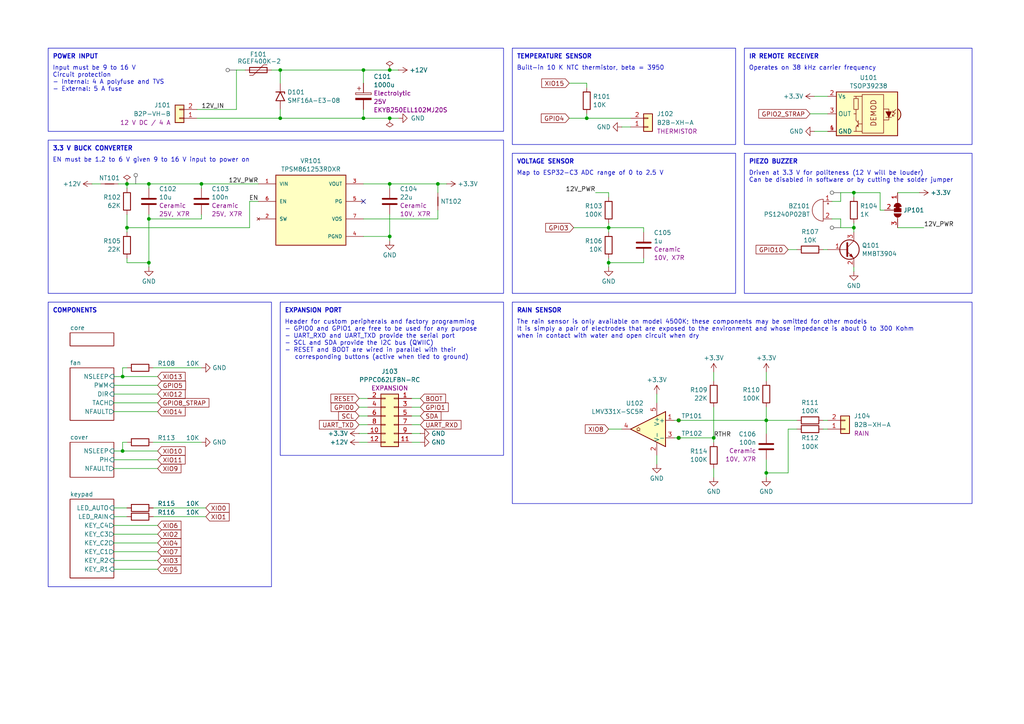
<source format=kicad_sch>
(kicad_sch (version 20231120) (generator "eeschema") (generator_version "8.0")
  (paper "A4")
  (title_block (title "Minuet Fan Controller") (rev "v2.0"))
  (lib_symbols
    (symbol "Comparator:LMV331" (pin_names (offset 0.127))
      (property "Reference" "U" (at 1.27 5.08 0))
      (property "Value" "LMV331" (at 3.81 -5.08 0))
      (symbol "LMV331_0_1"
        (polyline (pts (xy -5.08 5.08) (xy 5.08 0) (xy -5.08 -5.08) (xy -5.08 5.08)) (stroke (width 0.254)) (fill (type background)))
        (polyline (pts (xy 3.302 -0.508) (xy 2.794 -0.508) (xy 3.302 0) (xy 2.794 0.508) (xy 2.286 0) (xy 2.794 -0.508) (xy 2.286 -0.508)) (stroke (width 0.127)))
      )
      (symbol "LMV331_1_1"
        (pin input line (at -7.62 2.54 0) (length 2.54) (name "+") (number "1"))
        (pin power_in line (at -2.54 -7.62 90) (length 3.81) (name "V-") (number "2"))
        (pin input line (at -7.62 -2.54 0) (length 2.54) (name "-") (number "3"))
        (pin open_collector line (at 7.62 0 180) (length 2.54) (name "~") (number "4"))
        (pin power_in line (at -2.54 7.62 270) (length 3.81) (name "V+") (number "5"))
      )
    )
    (symbol "Connector:TestPoint_Small" (pin_numbers hide) (pin_names (offset 0.762) hide)
      (property "Reference" "TP" (at 0 3.81 0))
      (property "Value" "TestPoint_Small" (at 0 2.032 0))
      (symbol "TestPoint_Small_0_1"
        (circle (center 0 0) (radius 0.508))
      )
      (symbol "TestPoint_Small_1_1"
        (pin passive line (at 0 0 90) (length 0) (name "1") (number "1"))
      )
    )
    (symbol "Connector_Generic:Conn_01x02" (pin_names (offset 1.016) hide)
      (property "Reference" "J" (at 0 2.54 0))
      (property "Value" "Conn_01x02" (at 0 -5.08 0))
      (symbol "Conn_01x02_1_1"
        (rectangle (start -1.27 -2.413) (end 0 -2.667) (stroke (width 0.1524)))
        (rectangle (start -1.27 0.127) (end 0 -0.127) (stroke (width 0.1524)))
        (rectangle (start -1.27 1.27) (end 1.27 -3.81) (stroke (width 0.254)) (fill (type background)))
        (pin passive line (at -5.08 0 0) (length 3.81) (name "Pin_1") (number "1"))
        (pin passive line (at -5.08 -2.54 0) (length 3.81) (name "Pin_2") (number "2"))
      )
    )
    (symbol "Connector_Generic:Conn_02x06_Odd_Even" (pin_names (offset 1.016) hide)
      (property "Reference" "J" (at 1.27 7.62 0))
      (property "Value" "Conn_02x06_Odd_Even" (at 1.27 -10.16 0))
      (symbol "Conn_02x06_Odd_Even_1_1"
        (rectangle (start -1.27 -7.493) (end 0 -7.747) (stroke (width 0.1524)))
        (rectangle (start -1.27 -4.953) (end 0 -5.207) (stroke (width 0.1524)))
        (rectangle (start -1.27 -2.413) (end 0 -2.667) (stroke (width 0.1524)))
        (rectangle (start -1.27 0.127) (end 0 -0.127) (stroke (width 0.1524)))
        (rectangle (start -1.27 2.667) (end 0 2.413) (stroke (width 0.1524)))
        (rectangle (start -1.27 5.207) (end 0 4.953) (stroke (width 0.1524)))
        (rectangle (start -1.27 6.35) (end 3.81 -8.89) (stroke (width 0.254)) (fill (type background)))
        (rectangle (start 3.81 -7.493) (end 2.54 -7.747) (stroke (width 0.1524)))
        (rectangle (start 3.81 -4.953) (end 2.54 -5.207) (stroke (width 0.1524)))
        (rectangle (start 3.81 -2.413) (end 2.54 -2.667) (stroke (width 0.1524)))
        (rectangle (start 3.81 0.127) (end 2.54 -0.127) (stroke (width 0.1524)))
        (rectangle (start 3.81 2.667) (end 2.54 2.413) (stroke (width 0.1524)))
        (rectangle (start 3.81 5.207) (end 2.54 4.953) (stroke (width 0.1524)))
        (pin passive line (at -5.08 5.08 0) (length 3.81) (name "Pin_1") (number "1"))
        (pin passive line (at 7.62 -5.08 180) (length 3.81) (name "Pin_10") (number "10"))
        (pin passive line (at -5.08 -7.62 0) (length 3.81) (name "Pin_11") (number "11"))
        (pin passive line (at 7.62 -7.62 180) (length 3.81) (name "Pin_12") (number "12"))
        (pin passive line (at 7.62 5.08 180) (length 3.81) (name "Pin_2") (number "2"))
        (pin passive line (at -5.08 2.54 0) (length 3.81) (name "Pin_3") (number "3"))
        (pin passive line (at 7.62 2.54 180) (length 3.81) (name "Pin_4") (number "4"))
        (pin passive line (at -5.08 0 0) (length 3.81) (name "Pin_5") (number "5"))
        (pin passive line (at 7.62 0 180) (length 3.81) (name "Pin_6") (number "6"))
        (pin passive line (at -5.08 -2.54 0) (length 3.81) (name "Pin_7") (number "7"))
        (pin passive line (at 7.62 -2.54 180) (length 3.81) (name "Pin_8") (number "8"))
        (pin passive line (at -5.08 -5.08 0) (length 3.81) (name "Pin_9") (number "9"))
      )
    )
    (symbol "Device:Buzzer" (pin_names (offset 0.0254) hide)
      (property "Reference" "BZ" (at 3.81 1.27 0))
      (property "Value" "Buzzer" (at 3.81 -1.27 0))
      (symbol "Buzzer_0_1"
        (arc (start 0 -3.175) (mid 3.1612 0) (end 0 3.175))
        (polyline (pts (xy -1.651 1.905) (xy -1.143 1.905)))
        (polyline (pts (xy -1.397 2.159) (xy -1.397 1.651)))
        (polyline (pts (xy 0 3.175) (xy 0 -3.175)))
      )
      (symbol "Buzzer_1_1"
        (pin passive line (at -2.54 2.54 0) (length 2.54) (name "+") (number "1"))
        (pin passive line (at -2.54 -2.54 0) (length 2.54) (name "-") (number "2"))
      )
    )
    (symbol "Device:C" (pin_numbers hide) (pin_names (offset 0.254))
      (property "Reference" "C" (at 0.635 2.54 0))
      (property "Value" "C" (at 0.635 -2.54 0))
      (symbol "C_0_1"
        (polyline (pts (xy -2.032 -0.762) (xy 2.032 -0.762)) (stroke (width 0.508)))
        (polyline (pts (xy -2.032 0.762) (xy 2.032 0.762)) (stroke (width 0.508)))
      )
      (symbol "C_1_1"
        (pin passive line (at 0 3.81 270) (length 2.794) (name "~") (number "1"))
        (pin passive line (at 0 -3.81 90) (length 2.794) (name "~") (number "2"))
      )
    )
    (symbol "Device:C_Polarized" (pin_numbers hide) (pin_names (offset 0.254))
      (property "Reference" "C" (at 0.635 2.54 0))
      (property "Value" "C_Polarized" (at 0.635 -2.54 0))
      (symbol "C_Polarized_0_1"
        (rectangle (start -2.286 0.508) (end 2.286 1.016))
        (polyline (pts (xy -1.778 2.286) (xy -0.762 2.286)))
        (polyline (pts (xy -1.27 2.794) (xy -1.27 1.778)))
        (rectangle (start 2.286 -0.508) (end -2.286 -1.016) (fill (type outline)))
      )
      (symbol "C_Polarized_1_1"
        (pin passive line (at 0 3.81 270) (length 2.794) (name "~") (number "1"))
        (pin passive line (at 0 -3.81 90) (length 2.794) (name "~") (number "2"))
      )
    )
    (symbol "Device:NetTie_2" (pin_numbers hide) (pin_names (offset 0) hide) (in_bom no)
      (property "Reference" "NT" (at 0 1.27 0))
      (property "Value" "NetTie_2" (at 0 -1.27 0))
      (symbol "NetTie_2_0_1"
        (polyline (pts (xy -1.27 0) (xy 1.27 0)) (stroke (width 0.254)))
      )
      (symbol "NetTie_2_1_1"
        (pin passive line (at -2.54 0 0) (length 2.54) (name "1") (number "1"))
        (pin passive line (at 2.54 0 180) (length 2.54) (name "2") (number "2"))
      )
    )
    (symbol "Device:Polyfuse" (pin_numbers hide) (pin_names (offset 0))
      (property "Reference" "F" (at -2.54 0 90))
      (property "Value" "Polyfuse" (at 2.54 0 90))
      (symbol "Polyfuse_0_1"
        (rectangle (start -0.762 2.54) (end 0.762 -2.54) (stroke (width 0.254)))
        (polyline (pts (xy 0 2.54) (xy 0 -2.54)))
        (polyline (pts (xy -1.524 2.54) (xy -1.524 1.524) (xy 1.524 -1.524) (xy 1.524 -2.54)))
      )
      (symbol "Polyfuse_1_1"
        (pin passive line (at 0 3.81 270) (length 1.27) (name "~") (number "1"))
        (pin passive line (at 0 -3.81 90) (length 1.27) (name "~") (number "2"))
      )
    )
    (symbol "Device:R" (pin_numbers hide) (pin_names (offset 0))
      (property "Reference" "R" (at 2.032 0 90))
      (property "Value" "R" (at 0 0 90))
      (symbol "R_0_1"
        (rectangle (start -1.016 -2.54) (end 1.016 2.54) (stroke (width 0.254)))
      )
      (symbol "R_1_1"
        (pin passive line (at 0 3.81 270) (length 1.27) (name "~") (number "1"))
        (pin passive line (at 0 -3.81 90) (length 1.27) (name "~") (number "2"))
      )
    )
    (symbol "Diode:SMF16A" (pin_numbers hide) (pin_names (offset 1.016) hide)
      (property "Reference" "D" (at 0 2.54 0))
      (property "Value" "SMF16A" (at 0 -2.54 0))
      (symbol "SMF16A_0_1"
        (polyline (pts (xy -0.762 1.27) (xy -1.27 1.27) (xy -1.27 -1.27)) (stroke (width 0.254)))
        (polyline (pts (xy 1.27 1.27) (xy 1.27 -1.27) (xy -1.27 0) (xy 1.27 1.27)) (stroke (width 0.254)))
      )
      (symbol "SMF16A_1_1"
        (pin passive line (at -3.81 0 0) (length 2.54) (name "A1") (number "1"))
        (pin passive line (at 3.81 0 180) (length 2.54) (name "A2") (number "2"))
      )
    )
    (symbol "Jumper:SolderJumper_3_Bridged12" (pin_names (offset 0) hide) (exclude_from_sim yes) (in_bom no)
      (property "Reference" "JP" (at -2.54 -2.54 0))
      (property "Value" "SolderJumper_3_Bridged12" (at 0 2.794 0))
      (symbol "SolderJumper_3_Bridged12_0_1"
        (rectangle (start -1.016 0.508) (end -0.508 -0.508) (fill (type outline)))
        (arc (start -1.016 1.016) (mid -2.0276 0) (end -1.016 -1.016))
        (arc (start -1.016 1.016) (mid -2.0276 0) (end -1.016 -1.016) (fill (type outline)))
        (rectangle (start -0.508 1.016) (end 0.508 -1.016) (fill (type outline)))
        (polyline (pts (xy -2.54 0) (xy -2.032 0)))
        (polyline (pts (xy -1.016 1.016) (xy -1.016 -1.016)))
        (polyline (pts (xy 0 -1.27) (xy 0 -1.016)))
        (polyline (pts (xy 1.016 1.016) (xy 1.016 -1.016)))
        (polyline (pts (xy 2.54 0) (xy 2.032 0)))
        (arc (start 1.016 -1.016) (mid 2.0276 0) (end 1.016 1.016))
        (arc (start 1.016 -1.016) (mid 2.0276 0) (end 1.016 1.016) (fill (type outline)))
      )
      (symbol "SolderJumper_3_Bridged12_1_1"
        (pin passive line (at -5.08 0 0) (length 2.54) (name "A") (number "1"))
        (pin passive line (at 0 -3.81 90) (length 2.54) (name "C") (number "2"))
        (pin passive line (at 5.08 0 180) (length 2.54) (name "B") (number "3"))
      )
    )
    (symbol "TPSM861253RDXR:TPSM861253RDXR" (pin_names (offset 1.016))
      (property "Reference" "VR" (at -10.16 10.922 0))
      (property "Value" "TPSM861253RDXR" (at -10.16 -12.7 0))
      (symbol "TPSM861253RDXR_0_0"
        (rectangle (start -10.16 -10.16) (end 10.16 10.16) (stroke (width 0.254)) (fill (type background)))
        (pin power_in line (at -15.24 7.62 0) (length 5.08) (name "VIN") (number "1"))
        (pin no_connect line (at -15.24 -2.54 0) (length 5.08) (name "SW") (number "2"))
        (pin power_out line (at 15.24 7.62 180) (length 5.08) (name "VOUT") (number "3"))
        (pin power_in line (at 15.24 -7.62 180) (length 5.08) (name "PGND") (number "4"))
        (pin output line (at 15.24 2.54 180) (length 5.08) (name "PG") (number "5"))
        (pin input line (at -15.24 2.54 0) (length 5.08) (name "EN") (number "6"))
        (pin input line (at 15.24 -2.54 180) (length 5.08) (name "VOS") (number "7"))
      )
    )
    (symbol "TSOP39238:TSOP39238"
      (property "Reference" "U" (at -10.16 7.62 0))
      (property "Value" "TSOP39238" (at -10.16 -7.62 0))
      (symbol "TSOP39238_0_0"
        (arc (start -10.287 1.397) (mid -11.0899 -0.1852) (end -10.287 -1.778) (stroke (width 0.254)) (fill (type background)))
        (polyline (pts (xy 1.905 -5.08) (xy 0.127 -5.08)))
        (polyline (pts (xy 1.905 5.08) (xy 0.127 5.08)))
        (text "DEMOD" (at -3.175 0.254 900) (effects (font (size 1.524 1.524))))
      )
      (symbol "TSOP39238_0_1"
        (rectangle (start -10.16 6.35) (end 7.62 -6.35) (stroke (width 0.254)) (fill (type background)))
        (rectangle (start -6.096 5.588) (end 0.127 -5.588))
        (polyline (pts (xy -8.763 0.381) (xy -9.652 1.27)))
        (polyline (pts (xy -8.763 0.381) (xy -9.271 0.381)))
        (polyline (pts (xy -8.763 0.381) (xy -8.763 0.889)))
        (polyline (pts (xy -8.636 -0.635) (xy -9.525 0.254)))
        (polyline (pts (xy -8.636 -0.635) (xy -9.144 -0.635)))
        (polyline (pts (xy -8.636 -0.635) (xy -8.636 -0.127)))
        (polyline (pts (xy -8.382 -1.016) (xy -6.731 -1.016)))
        (polyline (pts (xy 1.27 -2.921) (xy 0.127 -2.921)))
        (polyline (pts (xy 1.27 -1.905) (xy 1.27 -3.81)))
        (polyline (pts (xy 1.397 -3.556) (xy 1.524 -3.556)))
        (polyline (pts (xy 1.651 -3.556) (xy 1.524 -3.556)))
        (polyline (pts (xy 1.651 -3.556) (xy 1.651 -3.302)))
        (polyline (pts (xy 1.905 0) (xy 1.905 1.27)))
        (polyline (pts (xy 1.905 4.445) (xy 1.905 5.08) (xy 2.54 5.08)))
        (polyline (pts (xy -8.382 0.635) (xy -6.731 0.635) (xy -7.62 -1.016) (xy -8.382 0.635)) (fill (type outline)))
        (polyline (pts (xy -6.096 1.397) (xy -7.62 1.397) (xy -7.62 -1.778) (xy -6.096 -1.778)))
        (polyline (pts (xy 1.27 -3.175) (xy 1.905 -3.81) (xy 1.905 -5.08) (xy 2.54 -5.08)))
        (polyline (pts (xy 1.27 -2.54) (xy 1.905 -1.905) (xy 1.905 0) (xy 2.54 0)))
        (rectangle (start 2.54 1.27) (end 1.27 4.445))
      )
      (symbol "TSOP39238_1_0"
        (pin power_in line (at 10.16 -5.08 180) (length 2.54) (name "GND") (number "4"))
      )
      (symbol "TSOP39238_1_1"
        (pin power_in line (at 10.16 -5.08 180) (length 2.54) (name "GND") (number "1"))
        (pin power_in line (at 10.16 5.08 180) (length 2.54) (name "Vs") (number "2"))
        (pin output line (at 10.16 0 180) (length 2.54) (name "OUT") (number "3"))
      )
    )
    (symbol "Transistor_BJT:MMBT3904" (pin_names (offset 0) hide)
      (property "Reference" "Q" (at 5.08 1.905 0))
      (property "Value" "MMBT3904" (at 5.08 0 0))
      (symbol "MMBT3904_0_1"
        (polyline (pts (xy 0.635 0.635) (xy 2.54 2.54)))
        (polyline (pts (xy 0.635 -0.635) (xy 2.54 -2.54) (xy 2.54 -2.54)))
        (polyline (pts (xy 0.635 1.905) (xy 0.635 -1.905) (xy 0.635 -1.905)) (stroke (width 0.508)))
        (polyline (pts (xy 1.27 -1.778) (xy 1.778 -1.27) (xy 2.286 -2.286) (xy 1.27 -1.778) (xy 1.27 -1.778)) (fill (type outline)))
        (circle (center 1.27 0) (radius 2.8194) (stroke (width 0.254)))
      )
      (symbol "MMBT3904_1_1"
        (pin input line (at -5.08 0 0) (length 5.715) (name "B") (number "1"))
        (pin passive line (at 2.54 -5.08 90) (length 2.54) (name "E") (number "2"))
        (pin passive line (at 2.54 5.08 270) (length 2.54) (name "C") (number "3"))
      )
    )
    (symbol "power:+12V" (power) (pin_numbers hide) (pin_names (offset 0) hide)
      (property "Value" "+12V" (at 0 3.556 0))
      (symbol "+12V_0_1"
        (polyline (pts (xy -0.762 1.27) (xy 0 2.54)))
        (polyline (pts (xy 0 0) (xy 0 2.54)))
        (polyline (pts (xy 0 2.54) (xy 0.762 1.27)))
      )
      (symbol "+12V_1_1"
        (pin power_in line (at 0 0 90) (length 0) (name "~") (number "1"))
      )
    )
    (symbol "power:+3.3V" (power) (pin_numbers hide) (pin_names (offset 0) hide)
      (property "Value" "+3.3V" (at 0 3.556 0))
      (symbol "+3.3V_0_1"
        (polyline (pts (xy -0.762 1.27) (xy 0 2.54)))
        (polyline (pts (xy 0 0) (xy 0 2.54)))
        (polyline (pts (xy 0 2.54) (xy 0.762 1.27)))
      )
      (symbol "+3.3V_1_1"
        (pin power_in line (at 0 0 90) (length 0) (name "~") (number "1"))
      )
    )
    (symbol "power:GND" (power) (pin_numbers hide) (pin_names (offset 0) hide)
      (property "Value" "GND" (at 0 -3.81 0))
      (symbol "GND_0_1"
        (polyline (pts (xy 0 0) (xy 0 -1.27) (xy 1.27 -1.27) (xy 0 -2.54) (xy -1.27 -1.27) (xy 0 -1.27)))
      )
      (symbol "GND_1_1"
        (pin power_in line (at 0 0 270) (length 0) (name "~") (number "1"))
      )
    )
    (symbol "power:PWR_FLAG" (power) (pin_numbers hide) (pin_names (offset 0) hide)
      (property "Value" "PWR_FLAG" (at 0 3.81 0))
      (symbol "PWR_FLAG_0_0"
        (pin power_out line (at 0 0 90) (length 0) (name "~") (number "1"))
      )
      (symbol "PWR_FLAG_0_1"
        (polyline (pts (xy 0 0) (xy 0 1.27) (xy -1.016 1.905) (xy 0 2.54) (xy 1.016 1.905) (xy 0 1.27)))
      )
    )
  )
  (junction (at 113.03 34.29))
  (junction (at 43.18 63.5))
  (junction (at 105.41 20.32))
  (junction (at 58.42 53.34))
  (junction (at 247.65 66.04))
  (junction (at 113.03 53.34))
  (junction (at 207.01 127))
  (junction (at 81.28 34.29))
  (junction (at 176.53 76.2))
  (junction (at 170.18 34.29))
  (junction (at 81.28 20.32))
  (junction (at 43.18 53.34))
  (junction (at 36.83 53.34))
  (junction (at 113.03 20.32))
  (junction (at 36.83 66.04))
  (junction (at 196.85 127))
  (junction (at 196.85 121.92))
  (junction (at 222.25 121.92))
  (junction (at 35.56 130.81))
  (junction (at 127 53.34))
  (junction (at 222.25 137.16))
  (junction (at 113.03 68.58))
  (junction (at 43.18 76.2))
  (junction (at 176.53 66.04))
  (junction (at 35.56 109.22))
  (junction (at 105.41 34.29))
  (junction (at 247.65 55.88))
  (no_connect (at 105.41 58.42))
  (wire (pts (xy 243.84 55.88) (xy 247.65 55.88)))
  (wire (pts (xy 207.01 107.95) (xy 207.01 110.49)))
  (wire (pts (xy 43.18 76.2) (xy 43.18 77.47)))
  (wire (pts (xy 170.18 33.02) (xy 170.18 34.29)))
  (wire (pts (xy 33.02 109.22) (xy 35.56 109.22)))
  (wire (pts (xy 36.83 74.93) (xy 36.83 76.2)))
  (wire (pts (xy 176.53 66.04) (xy 186.69 66.04)))
  (wire (pts (xy 104.14 120.65) (xy 106.68 120.65)))
  (wire (pts (xy 36.83 53.34) (xy 43.18 53.34)))
  (wire (pts (xy 58.42 53.34) (xy 58.42 54.61)))
  (wire (pts (xy 190.5 114.3) (xy 190.5 116.84)))
  (wire (pts (xy 33.02 135.89) (xy 45.72 135.89)))
  (wire (pts (xy 68.58 20.32) (xy 71.12 20.32)))
  (wire (pts (xy 196.85 127) (xy 207.01 127)))
  (wire (pts (xy 43.18 63.5) (xy 58.42 63.5)))
  (wire (pts (xy 182.88 36.83) (xy 180.34 36.83)))
  (wire (pts (xy 176.53 55.88) (xy 176.53 57.15)))
  (wire (pts (xy 105.41 63.5) (xy 127 63.5)))
  (wire (pts (xy 207.01 127) (xy 207.01 128.27)))
  (wire (pts (xy 166.37 66.04) (xy 176.53 66.04)))
  (wire (pts (xy 104.14 115.57) (xy 106.68 115.57)))
  (wire (pts (xy 190.5 132.08) (xy 190.5 134.62)))
  (wire (pts (xy 68.58 20.32) (xy 68.58 31.75)))
  (wire (pts (xy 113.03 20.32) (xy 115.57 20.32)))
  (wire (pts (xy 222.25 133.35) (xy 222.25 137.16)))
  (wire (pts (xy 105.41 68.58) (xy 113.03 68.58)))
  (wire (pts (xy 127 60.96) (xy 127 63.5)))
  (wire (pts (xy 256.54 60.96) (xy 255.27 60.96)))
  (wire (pts (xy 247.65 55.88) (xy 247.65 57.15)))
  (wire (pts (xy 222.25 118.11) (xy 222.25 121.92)))
  (wire (pts (xy 119.38 128.27) (xy 121.92 128.27)))
  (wire (pts (xy 72.39 58.42) (xy 72.39 66.04)))
  (wire (pts (xy 247.65 55.88) (xy 255.27 55.88)))
  (wire (pts (xy 243.84 66.04) (xy 247.65 66.04)))
  (wire (pts (xy 228.6 137.16) (xy 222.25 137.16)))
  (wire (pts (xy 104.14 125.73) (xy 106.68 125.73)))
  (wire (pts (xy 33.02 114.3) (xy 45.72 114.3)))
  (wire (pts (xy 243.84 58.42) (xy 243.84 55.88)))
  (wire (pts (xy 238.76 72.39) (xy 240.03 72.39)))
  (wire (pts (xy 176.53 124.46) (xy 180.34 124.46)))
  (wire (pts (xy 260.35 55.88) (xy 266.7 55.88)))
  (wire (pts (xy 176.53 76.2) (xy 176.53 77.47)))
  (wire (pts (xy 119.38 120.65) (xy 121.92 120.65)))
  (wire (pts (xy 57.15 31.75) (xy 68.58 31.75)))
  (wire (pts (xy 36.83 66.04) (xy 36.83 67.31)))
  (wire (pts (xy 36.83 53.34) (xy 36.83 54.61)))
  (wire (pts (xy 81.28 20.32) (xy 105.41 20.32)))
  (wire (pts (xy 255.27 60.96) (xy 255.27 55.88)))
  (wire (pts (xy 113.03 34.29) (xy 115.57 34.29)))
  (wire (pts (xy 247.65 66.04) (xy 247.65 67.31)))
  (wire (pts (xy 186.69 74.93) (xy 186.69 76.2)))
  (wire (pts (xy 43.18 53.34) (xy 43.18 54.61)))
  (wire (pts (xy 43.18 63.5) (xy 43.18 62.23)))
  (wire (pts (xy 43.18 63.5) (xy 43.18 76.2)))
  (wire (pts (xy 105.41 53.34) (xy 113.03 53.34)))
  (wire (pts (xy 105.41 20.32) (xy 113.03 20.32)))
  (wire (pts (xy 207.01 135.89) (xy 207.01 138.43)))
  (wire (pts (xy 78.74 20.32) (xy 81.28 20.32)))
  (wire (pts (xy 241.3 63.5) (xy 243.84 63.5)))
  (wire (pts (xy 58.42 53.34) (xy 74.93 53.34)))
  (wire (pts (xy 170.18 34.29) (xy 182.88 34.29)))
  (wire (pts (xy 195.58 121.92) (xy 196.85 121.92)))
  (wire (pts (xy 81.28 20.32) (xy 81.28 24.13)))
  (wire (pts (xy 260.35 66.04) (xy 267.97 66.04)))
  (wire (pts (xy 170.18 24.13) (xy 170.18 25.4)))
  (wire (pts (xy 247.65 77.47) (xy 247.65 78.74)))
  (wire (pts (xy 105.41 34.29) (xy 113.03 34.29)))
  (wire (pts (xy 186.69 66.04) (xy 186.69 67.31)))
  (wire (pts (xy 106.68 128.27) (xy 104.14 128.27)))
  (wire (pts (xy 228.6 72.39) (xy 231.14 72.39)))
  (wire (pts (xy 33.02 154.94) (xy 45.72 154.94)))
  (wire (pts (xy 165.1 34.29) (xy 170.18 34.29)))
  (wire (pts (xy 105.41 20.32) (xy 105.41 24.13)))
  (wire (pts (xy 34.29 53.34) (xy 36.83 53.34)))
  (wire (pts (xy 231.14 124.46) (xy 228.6 124.46)))
  (wire (pts (xy 113.03 62.23) (xy 113.03 68.58)))
  (wire (pts (xy 113.03 53.34) (xy 127 53.34)))
  (wire (pts (xy 113.03 53.34) (xy 113.03 54.61)))
  (wire (pts (xy 119.38 125.73) (xy 121.92 125.73)))
  (wire (pts (xy 105.41 31.75) (xy 105.41 34.29)))
  (wire (pts (xy 243.84 63.5) (xy 243.84 66.04)))
  (wire (pts (xy 33.02 165.1) (xy 45.72 165.1)))
  (wire (pts (xy 240.03 33.02) (xy 234.95 33.02)))
  (wire (pts (xy 33.02 133.35) (xy 45.72 133.35)))
  (wire (pts (xy 222.25 121.92) (xy 231.14 121.92)))
  (wire (pts (xy 44.45 128.27) (xy 58.42 128.27)))
  (wire (pts (xy 196.85 121.92) (xy 222.25 121.92)))
  (wire (pts (xy 195.58 127) (xy 196.85 127)))
  (wire (pts (xy 33.02 157.48) (xy 45.72 157.48)))
  (wire (pts (xy 33.02 116.84) (xy 45.72 116.84)))
  (wire (pts (xy 176.53 64.77) (xy 176.53 66.04)))
  (wire (pts (xy 36.83 62.23) (xy 36.83 66.04)))
  (wire (pts (xy 172.72 55.88) (xy 176.53 55.88)))
  (wire (pts (xy 165.1 24.13) (xy 170.18 24.13)))
  (wire (pts (xy 36.83 147.32) (xy 33.02 147.32)))
  (wire (pts (xy 119.38 118.11) (xy 121.92 118.11)))
  (wire (pts (xy 58.42 62.23) (xy 58.42 63.5)))
  (wire (pts (xy 176.53 74.93) (xy 176.53 76.2)))
  (wire (pts (xy 81.28 31.75) (xy 81.28 34.29)))
  (wire (pts (xy 241.3 58.42) (xy 243.84 58.42)))
  (wire (pts (xy 26.67 53.34) (xy 29.21 53.34)))
  (wire (pts (xy 176.53 66.04) (xy 176.53 67.31)))
  (wire (pts (xy 74.93 58.42) (xy 72.39 58.42)))
  (wire (pts (xy 228.6 124.46) (xy 228.6 137.16)))
  (wire (pts (xy 127 53.34) (xy 127 55.88)))
  (wire (pts (xy 247.65 64.77) (xy 247.65 66.04)))
  (wire (pts (xy 35.56 106.68) (xy 35.56 109.22)))
  (wire (pts (xy 33.02 111.76) (xy 45.72 111.76)))
  (wire (pts (xy 43.18 53.34) (xy 58.42 53.34)))
  (wire (pts (xy 207.01 118.11) (xy 207.01 127)))
  (wire (pts (xy 222.25 137.16) (xy 222.25 138.43)))
  (wire (pts (xy 238.76 121.92) (xy 240.03 121.92)))
  (wire (pts (xy 127 53.34) (xy 129.54 53.34)))
  (wire (pts (xy 44.45 149.86) (xy 59.69 149.86)))
  (wire (pts (xy 36.83 66.04) (xy 72.39 66.04)))
  (wire (pts (xy 35.56 128.27) (xy 36.83 128.27)))
  (wire (pts (xy 35.56 106.68) (xy 36.83 106.68)))
  (wire (pts (xy 57.15 34.29) (xy 81.28 34.29)))
  (wire (pts (xy 33.02 152.4) (xy 45.72 152.4)))
  (wire (pts (xy 222.25 121.92) (xy 222.25 125.73)))
  (wire (pts (xy 35.56 130.81) (xy 45.72 130.81)))
  (wire (pts (xy 35.56 109.22) (xy 45.72 109.22)))
  (wire (pts (xy 33.02 119.38) (xy 45.72 119.38)))
  (wire (pts (xy 81.28 34.29) (xy 105.41 34.29)))
  (wire (pts (xy 119.38 115.57) (xy 121.92 115.57)))
  (wire (pts (xy 222.25 107.95) (xy 222.25 110.49)))
  (wire (pts (xy 119.38 123.19) (xy 121.92 123.19)))
  (wire (pts (xy 33.02 162.56) (xy 45.72 162.56)))
  (wire (pts (xy 33.02 149.86) (xy 36.83 149.86)))
  (wire (pts (xy 104.14 118.11) (xy 106.68 118.11)))
  (wire (pts (xy 238.76 124.46) (xy 240.03 124.46)))
  (wire (pts (xy 240.03 27.94) (xy 236.22 27.94)))
  (wire (pts (xy 104.14 123.19) (xy 106.68 123.19)))
  (wire (pts (xy 33.02 130.81) (xy 35.56 130.81)))
  (wire (pts (xy 35.56 128.27) (xy 35.56 130.81)))
  (wire (pts (xy 44.45 147.32) (xy 59.69 147.32)))
  (wire (pts (xy 113.03 69.85) (xy 113.03 68.58)))
  (wire (pts (xy 44.45 106.68) (xy 58.42 106.68)))
  (wire (pts (xy 176.53 76.2) (xy 186.69 76.2)))
  (wire (pts (xy 240.03 38.1) (xy 236.22 38.1)))
  (wire (pts (xy 36.83 76.2) (xy 43.18 76.2)))
  (wire (pts (xy 33.02 160.02) (xy 45.72 160.02)))
  (rectangle (start 13.97 40.64) (end 146.05 85.09))
  (rectangle (start 13.97 13.97) (end 146.05 38.1))
  (rectangle (start 148.59 13.97) (end 213.36 41.91))
  (rectangle (start 148.59 44.45) (end 213.36 85.09))
  (rectangle (start 215.9 44.45) (end 281.94 85.09))
  (rectangle (start 215.9 13.97) (end 281.94 41.91))
  (rectangle (start 148.59 87.63) (end 281.94 146.05))
  (rectangle (start 13.97 87.63) (end 78.74 170.18))
  (rectangle (start 81.28 87.63) (end 146.05 132.08))
  (text "RAIN SENSOR" (at 149.86 90.17 0) (effects (font (size 1.27 1.27) (thickness 0.254) (bold yes)) (justify left)))
  (text "VOLTAGE SENSOR" (at 149.86 46.99 0) (effects (font (size 1.27 1.27) (thickness 0.254) (bold yes)) (justify left)))
  (text "Driven at 3.3 V for politeness (12 V will be louder)\nCan be disabled in software or by cutting the solder jumper" (at 217.17 49.53 0) (effects (font (size 1.27 1.27)) (justify left top)))
  (text "POWER INPUT" (at 15.24 16.51 0) (effects (font (size 1.27 1.27) (thickness 0.254) (bold yes)) (justify left)))
  (text "3.3 V BUCK CONVERTER" (at 15.24 43.18 0) (effects (font (size 1.27 1.27) (thickness 0.254) (bold yes)) (justify left)))
  (text "EN must be 1.2 to 6 V given 9 to 16 V input to power on" (at 15.24 45.72 0) (effects (font (size 1.27 1.27)) (justify left top)))
  (text "EXPANSION PORT" (at 82.55 90.17 0) (effects (font (size 1.27 1.27) (thickness 0.254) (bold yes)) (justify left)))
  (text "Operates on 38 kHz carrier frequency" (at 217.17 19.05 0) (effects (font (size 1.27 1.27)) (justify left top)))
  (text "The rain sensor is only available on model 4500K; these components may be omitted for other models\nIt is simply a pair of electrodes that are exposed to the environment and whose impedance is about 0 to 300 Kohm\nwhen in contact with water and open circuit when dry" (at 149.86 92.71 0) (effects (font (size 1.27 1.27)) (justify left top)))
  (text "Input must be 9 to 16 V\nCircuit protection\n- Internal: 4 A polyfuse and TVS\n- External: 5 A fuse" (at 15.24 19.05 0) (effects (font (size 1.27 1.27)) (justify left top)))
  (text "Header for custom peripherals and factory programming\n- GPIO0 and GPIO1 are free to be used for any purpose\n- UART_RXD and UART_TXD provide the serial port\n- SCL and SDA provide the I2C bus (QWIIC)\n- RESET and BOOT are wired in parallel with their\n   corresponding buttons (active when tied to ground)" (at 82.55 92.71 0) (effects (font (size 1.27 1.27)) (justify left top)))
  (text "IR REMOTE RECEIVER" (at 217.17 16.51 0) (effects (font (size 1.27 1.27) (thickness 0.254) (bold yes)) (justify left)))
  (text "PIEZO BUZZER" (at 217.17 46.99 0) (effects (font (size 1.27 1.27) (thickness 0.254) (bold yes)) (justify left)))
  (text "TEMPERATURE SENSOR" (at 149.86 16.51 0) (effects (font (size 1.27 1.27) (thickness 0.254) (bold yes)) (justify left)))
  (text "Map to ESP32-C3 ADC range of 0 to 2.5 V" (at 149.86 49.53 0) (effects (font (size 1.27 1.27)) (justify left top)))
  (text "Built-in 10 K NTC thermistor, beta = 3950" (at 149.86 19.05 0) (effects (font (size 1.27 1.27)) (justify left top)))
  (text "COMPONENTS" (at 15.24 90.17 0) (effects (font (size 1.27 1.27) (thickness 0.254) (bold yes)) (justify left)))
  (label "12V_IN" (at 58.42 31.75 0))
  (label "12V_PWR" (at 267.97 66.04 0))
  (label "12V_PWR" (at 172.72 55.88 180))
  (label "EN" (at 74.93 58.42 180))
  (label "12V_PWR" (at 74.93 53.34 180))
  (label "RTHR" (at 207.01 127 0))
  (global_label "GPIO3" (shape input) (at 166.37 66.04 180) (property "Intersheetrefs" "${INTERSHEET_REFS}" (effects (hide yes))))
  (global_label "GPIO4" (shape input) (at 165.1 34.29 180) (property "Intersheetrefs" "${INTERSHEET_REFS}" (effects (hide yes))))
  (global_label "GPIO0" (shape input) (at 104.14 118.11 180) (property "Intersheetrefs" "${INTERSHEET_REFS}" (effects (hide yes))))
  (global_label "UART_TXD" (shape input) (at 104.14 123.19 180) (property "Intersheetrefs" "${INTERSHEET_REFS}" (effects (hide yes))))
  (global_label "XIO3" (shape input) (at 45.72 162.56 0) (property "Intersheetrefs" "${INTERSHEET_REFS}" (effects (hide yes))))
  (global_label "XIO6" (shape input) (at 45.72 152.4 0) (property "Intersheetrefs" "${INTERSHEET_REFS}" (effects (hide yes))))
  (global_label "XIO5" (shape input) (at 45.72 165.1 0) (property "Intersheetrefs" "${INTERSHEET_REFS}" (effects (hide yes))))
  (global_label "UART_RXD" (shape input) (at 121.92 123.19 0) (property "Intersheetrefs" "${INTERSHEET_REFS}" (effects (hide yes))))
  (global_label "SCL" (shape input) (at 104.14 120.65 180) (property "Intersheetrefs" "${INTERSHEET_REFS}" (effects (hide yes))))
  (global_label "GPIO10" (shape input) (at 228.6 72.39 180) (property "Intersheetrefs" "${INTERSHEET_REFS}" (effects (hide yes))))
  (global_label "XIO2" (shape input) (at 45.72 154.94 0) (property "Intersheetrefs" "${INTERSHEET_REFS}" (effects (hide yes))))
  (global_label "XIO1" (shape input) (at 59.69 149.86 0) (property "Intersheetrefs" "${INTERSHEET_REFS}" (effects (hide yes))))
  (global_label "XIO12" (shape input) (at 45.72 114.3 0) (property "Intersheetrefs" "${INTERSHEET_REFS}" (effects (hide yes))))
  (global_label "XIO11" (shape input) (at 45.72 133.35 0) (property "Intersheetrefs" "${INTERSHEET_REFS}" (effects (hide yes))))
  (global_label "XIO0" (shape input) (at 59.69 147.32 0) (property "Intersheetrefs" "${INTERSHEET_REFS}" (effects (hide yes))))
  (global_label "XIO9" (shape input) (at 45.72 135.89 0) (property "Intersheetrefs" "${INTERSHEET_REFS}" (effects (hide yes))))
  (global_label "GPIO5" (shape input) (at 45.72 111.76 0) (property "Intersheetrefs" "${INTERSHEET_REFS}" (effects (hide yes))))
  (global_label "BOOT" (shape input) (at 121.92 115.57 0) (property "Intersheetrefs" "${INTERSHEET_REFS}" (effects (hide yes))))
  (global_label "XIO13" (shape input) (at 45.72 109.22 0) (property "Intersheetrefs" "${INTERSHEET_REFS}" (effects (hide yes))))
  (global_label "RESET" (shape input) (at 104.14 115.57 180) (property "Intersheetrefs" "${INTERSHEET_REFS}" (effects (hide yes))))
  (global_label "XIO14" (shape input) (at 45.72 119.38 0) (property "Intersheetrefs" "${INTERSHEET_REFS}" (effects (hide yes))))
  (global_label "XIO8" (shape input) (at 176.53 124.46 180) (property "Intersheetrefs" "${INTERSHEET_REFS}" (effects (hide yes))))
  (global_label "GPIO1" (shape input) (at 121.92 118.11 0) (property "Intersheetrefs" "${INTERSHEET_REFS}" (effects (hide yes))))
  (global_label "GPIO2_STRAP" (shape input) (at 234.95 33.02 180) (property "Intersheetrefs" "${INTERSHEET_REFS}" (effects (hide yes))))
  (global_label "XIO10" (shape input) (at 45.72 130.81 0) (property "Intersheetrefs" "${INTERSHEET_REFS}" (effects (hide yes))))
  (global_label "SDA" (shape input) (at 121.92 120.65 0) (property "Intersheetrefs" "${INTERSHEET_REFS}" (effects (hide yes))))
  (global_label "GPIO8_STRAP" (shape input) (at 45.72 116.84 0) (property "Intersheetrefs" "${INTERSHEET_REFS}" (effects (hide yes))))
  (global_label "XIO15" (shape input) (at 165.1 24.13 180) (property "Intersheetrefs" "${INTERSHEET_REFS}" (effects (hide yes))))
  (global_label "XIO7" (shape input) (at 45.72 160.02 0) (property "Intersheetrefs" "${INTERSHEET_REFS}" (effects (hide yes))))
  (global_label "XIO4" (shape input) (at 45.72 157.48 0) (property "Intersheetrefs" "${INTERSHEET_REFS}" (effects (hide yes))))
  (netclass_flag "" (length 2.54) (shape round) (at 68.58 20.32 90) (property "Netclass" "Power-4A" (effects (hide yes))))
  (netclass_flag "" (length 2.54) (shape round) (at 243.84 66.04 90) (property "Netclass" "Power" (effects (hide yes))))
  (netclass_flag "" (length 2.54) (shape round) (at 243.84 55.88 90) (property "Netclass" "Power" (effects (hide yes))))
  (netclass_flag "" (length 2.54) (shape round) (at 39.37 53.34 0) (property "Netclass" "Power" (effects (hide yes))))
  (symbol (lib_id "Device:Buzzer") (at 238.76 60.96 0) (mirror y) (unit 1)
    (property "Reference" "BZ101" (at 234.9638 59.7478 0) (effects (justify left)))
    (property "Value" "PS1240P02BT" (at 234.9638 62.1721 0) (effects (justify left)))
    (property "Footprint" "Buzzer_Beeper:Buzzer_TDK_PS1240P02BT_D12.2mm_H6.5mm" (effects (hide yes)))
    (property "Datasheet" "https://product.tdk.com/en/system/files/dam/doc/product/sw_piezo/sw_piezo/piezo-buzzer/catalog/piezoelectronic_buzzer_ps_en.pdf" (effects (hide yes)))
    (property "Description" "Buzzer, polarized" (effects (hide yes)))
  )
  (symbol (lib_id "power:+3.3V") (at 207.01 107.95 0) (mirror y) (unit 1)
    (property "Reference" "#PWR0114" (effects (hide yes)))
    (property "Value" "+3.3V" (at 207.01 103.8169 0))
    (property "Description" "Power symbol creates a global label with name \"+3.3V\"" (effects (hide yes)))
  )
  (symbol (lib_id "TSOP39238:TSOP39238") (at 250.19 33.02 0) (mirror y) (unit 1)
    (property "Reference" "U101" (at 251.925 22.5255 0))
    (property "Value" "TSOP39238" (at 251.925 24.9498 0))
    (property "Footprint" "TSOP39238:TSOP39238_Standoff" (effects (hide yes)))
    (property "Datasheet" "https://www.vishay.com/docs/82778/tsop392.pdf" (effects (hide yes)))
    (property "Description" "IR Receiver Modules for Remote Control Systems" (effects (hide yes)))
  )
  (symbol (lib_id "Device:R") (at 40.64 128.27 270) (unit 1)
    (property "Reference" "R113" (at 48.26 127 90))
    (property "Value" "10K" (at 55.88 127 90))
    (property "Footprint" "Resistor_SMD:R_0603_1608Metric" (effects (hide yes)))
    (property "Description" "Resistor" (effects (hide yes)))
  )
  (symbol (lib_id "power:+3.3V") (at 129.54 53.34 270) (unit 1)
    (property "Reference" "#PWR0107" (effects (hide yes)))
    (property "Value" "+3.3V" (at 132.715 53.34 90) (effects (justify left)))
    (property "Description" "Power symbol creates a global label with name \"+3.3V\"" (effects (hide yes)))
  )
  (symbol (lib_id "power:GND") (at 121.92 128.27 90) (unit 1)
    (property "Reference" "#PWR0121" (effects (hide yes)))
    (property "Value" "GND" (at 125.0949 128.27 90) (effects (justify right)))
    (property "Description" "Power symbol creates a global label with name \"GND\" , ground" (effects (hide yes)))
  )
  (symbol (lib_id "power:GND") (at 180.34 36.83 270) (unit 1)
    (property "Reference" "#PWR0104" (effects (hide yes)))
    (property "Value" "GND" (at 177.1651 36.83 90) (effects (justify right)))
    (property "Description" "Power symbol creates a global label with name \"GND\" , ground" (effects (hide yes)))
  )
  (symbol (lib_id "Device:C_Polarized") (at 105.41 27.94 0) (unit 1)
    (property "Reference" "C101" (at 108.331 22.2024 0) (effects (justify left)))
    (property "Value" "1000u" (at 108.331 24.6267 0) (effects (justify left)))
    (property "Footprint" "Capacitor_THT:CP_Radial_D10.0mm_P5.00mm" (effects (hide yes)))
    (property "Description" "Polarized capacitor" (effects (hide yes)))
    (property "Type" "Electrolytic" (at 108.331 27.051 0) (effects (justify left)))
    (property "Rating" "25V" (at 108.331 29.4753 0) (effects (justify left)))
    (property "Part" "EKYB250ELL102MJ20S" (at 108.331 31.8996 0) (effects (justify left)))
  )
  (symbol (lib_id "power:+12V") (at 104.14 128.27 90) (unit 1)
    (property "Reference" "#PWR0120" (effects (hide yes)))
    (property "Value" "+12V" (at 100.965 128.27 90) (effects (justify left)))
    (property "Description" "Power symbol creates a global label with name \"+12V\"" (effects (hide yes)))
  )
  (symbol (lib_id "power:GND") (at 113.03 69.85 0) (unit 1)
    (property "Reference" "#PWR0109" (effects (hide yes)))
    (property "Value" "GND" (at 113.03 73.9831 0))
    (property "Description" "Power symbol creates a global label with name \"GND\" , ground" (effects (hide yes)))
  )
  (symbol (lib_id "power:PWR_FLAG") (at 113.03 20.32 0) (unit 1)
    (property "Reference" "#FLG0101" (effects (hide yes)))
    (property "Value" "PWR_FLAG" (effects (hide yes)))
    (property "Description" "Special symbol for telling ERC where power comes from" (effects (hide yes)))
  )
  (symbol (lib_id "power:+3.3V") (at 236.22 27.94 90) (mirror x) (unit 1)
    (property "Reference" "#PWR0102" (effects (hide yes)))
    (property "Value" "+3.3V" (at 233.045 27.94 90) (effects (justify left)))
    (property "Description" "Power symbol creates a global label with name \"+3.3V\"" (effects (hide yes)))
  )
  (symbol (lib_id "power:GND") (at 115.57 34.29 90) (unit 1)
    (property "Reference" "#PWR0103" (effects (hide yes)))
    (property "Value" "GND" (at 119.126 34.29 90) (effects (justify right)))
    (property "Description" "Power symbol creates a global label with name \"GND\" , ground" (effects (hide yes)))
  )
  (symbol (lib_id "Transistor_BJT:MMBT3904") (at 245.11 72.39 0) (unit 1)
    (property "Reference" "Q101" (at 249.9614 71.1778 0) (effects (justify left)))
    (property "Value" "MMBT3904" (at 249.9614 73.6021 0) (effects (justify left)))
    (property "Footprint" "Package_TO_SOT_SMD:SOT-23" (effects (hide yes)))
    (property "Datasheet" "https://www.onsemi.com/pdf/datasheet/pzt3904-d.pdf" (effects (hide yes)))
    (property "Description" "0.2A Ic, 40V Vce, Small Signal NPN Transistor, SOT-23" (effects (hide yes)))
  )
  (symbol (lib_id "Device:R") (at 247.65 60.96 0) (mirror y) (unit 1)
    (property "Reference" "R104" (at 249.428 59.7478 0) (effects (justify right)))
    (property "Value" "1K" (at 249.428 62.1721 0) (effects (justify right)))
    (property "Footprint" "Resistor_SMD:R_0603_1608Metric" (effects (hide yes)))
    (property "Description" "Resistor" (effects (hide yes)))
  )
  (symbol (lib_id "Device:R") (at 222.25 114.3 0) (mirror y) (unit 1)
    (property "Reference" "R110" (at 220.472 113.0878 0) (effects (justify left)))
    (property "Value" "100K" (at 220.472 115.5121 0) (effects (justify left)))
    (property "Footprint" "Resistor_SMD:R_0603_1608Metric" (effects (hide yes)))
    (property "Description" "Resistor" (effects (hide yes)))
  )
  (symbol (lib_id "power:+12V") (at 115.57 20.32 270) (unit 1)
    (property "Reference" "#PWR0101" (effects (hide yes)))
    (property "Value" "+12V" (at 118.745 20.32 90) (effects (justify left)))
    (property "Description" "Power symbol creates a global label with name \"+12V\"" (effects (hide yes)))
  )
  (symbol (lib_id "Connector_Generic:Conn_02x06_Odd_Even") (at 114.3 120.65 0) (mirror y) (unit 1)
    (property "Reference" "J103" (at 113.03 107.7313 0))
    (property "Value" "PPPC062LFBN-RC" (at 113.03 110.1556 0))
    (property "Footprint" "Connector_PinSocket_2.54mm:PinSocket_2x06_P2.54mm_Vertical" (effects (hide yes)))
    (property "Datasheet" "https://mm.digikey.com/Volume0/opasdata/d220001/medias/docus/937/Female_Headers.100_DS.pdf" (effects (hide yes)))
    (property "Description" "Generic connector, double row, 02x06, odd/even pin numbering scheme (row 1 odd numbers, row 2 even numbers), script generated (kicad-library-utils/schlib/autogen/connector/)" (effects (hide yes)))
    (property "Label" "EXPANSION" (at 113.03 112.5799 0))
  )
  (symbol (lib_id "Jumper:SolderJumper_3_Bridged12") (at 260.35 60.96 270) (unit 1) (exclude_from_sim yes) (in_bom no)
    (property "Reference" "JP101" (at 262.001 60.96 90) (effects (justify left)))
    (property "Value" "SolderJumper_3_Bridged12" (effects (hide yes)))
    (property "Footprint" "Jumper:SolderJumper-3_P1.3mm_Bridged12_RoundedPad1.0x1.5mm" (effects (hide yes)))
    (property "Description" "3-pole Solder Jumper, pins 1+2 closed/bridged" (effects (hide yes)))
  )
  (symbol (lib_id "Device:R") (at 234.95 72.39 270) (mirror x) (unit 1)
    (property "Reference" "R107" (at 234.95 67.2295 90))
    (property "Value" "10K" (at 234.95 69.6538 90))
    (property "Footprint" "Resistor_SMD:R_0603_1608Metric" (effects (hide yes)))
    (property "Description" "Resistor" (effects (hide yes)))
  )
  (symbol (lib_id "Device:R") (at 176.53 71.12 0) (mirror x) (unit 1)
    (property "Reference" "R106" (at 174.752 69.9078 0) (effects (justify right)))
    (property "Value" "10K" (at 174.752 72.3321 0) (effects (justify right)))
    (property "Footprint" "Resistor_SMD:R_0603_1608Metric" (effects (hide yes)))
    (property "Description" "Resistor" (effects (hide yes)))
  )
  (symbol (lib_id "Device:R") (at 40.64 147.32 270) (unit 1)
    (property "Reference" "R115" (at 48.26 146.05 90))
    (property "Value" "10K" (at 55.88 146.05 90))
    (property "Footprint" "Resistor_SMD:R_0603_1608Metric" (effects (hide yes)))
    (property "Description" "Resistor" (effects (hide yes)))
  )
  (symbol (lib_id "Device:C") (at 222.25 129.54 0) (unit 1)
    (property "Reference" "C106" (at 219.329 125.9035 0) (effects (justify right)))
    (property "Value" "100n" (at 219.329 128.3278 0) (effects (justify right)))
    (property "Footprint" "Capacitor_SMD:C_0603_1608Metric" (effects (hide yes)))
    (property "Description" "Unpolarized capacitor" (effects (hide yes)))
    (property "Type" "Ceramic" (at 219.329 130.7521 0) (effects (justify right)))
    (property "Rating" "10V, X7R" (at 219.329 133.1764 0) (effects (justify right)))
  )
  (symbol (lib_id "Device:R") (at 207.01 114.3 0) (mirror x) (unit 1)
    (property "Reference" "R109" (at 205.2321 113.0878 0) (effects (justify right)))
    (property "Value" "22K" (at 205.2321 115.5121 0) (effects (justify right)))
    (property "Footprint" "Resistor_SMD:R_0603_1608Metric" (effects (hide yes)))
    (property "Description" "Resistor" (effects (hide yes)))
  )
  (symbol (lib_id "Device:R") (at 234.95 124.46 270) (mirror x) (unit 1)
    (property "Reference" "R112" (at 234.95 127 90))
    (property "Value" "100K" (at 234.95 129.54 90))
    (property "Footprint" "Resistor_SMD:R_0603_1608Metric" (effects (hide yes)))
    (property "Description" "Resistor" (effects (hide yes)))
  )
  (symbol (lib_id "Device:R") (at 40.64 106.68 270) (unit 1)
    (property "Reference" "R108" (at 48.26 105.41 90))
    (property "Value" "10K" (at 55.88 105.41 90))
    (property "Footprint" "Resistor_SMD:R_0603_1608Metric" (effects (hide yes)))
    (property "Description" "Resistor" (effects (hide yes)))
  )
  (symbol (lib_id "power:PWR_FLAG") (at 36.83 53.34 0) (unit 1)
    (property "Reference" "#FLG0103" (effects (hide yes)))
    (property "Value" "PWR_FLAG" (effects (hide yes)))
    (property "Description" "Special symbol for telling ERC where power comes from" (effects (hide yes)))
  )
  (symbol (lib_id "power:+3.3V") (at 222.25 107.95 0) (mirror y) (unit 1)
    (property "Reference" "#PWR0115" (effects (hide yes)))
    (property "Value" "+3.3V" (at 222.25 103.8169 0))
    (property "Description" "Power symbol creates a global label with name \"+3.3V\"" (effects (hide yes)))
  )
  (symbol (lib_id "Connector:TestPoint_Small") (at 196.85 121.92 90) (unit 1) (in_bom no)
    (property "Reference" "TP101" (at 200.66 120.65 90))
    (property "Value" "TestPoint_Small" (effects (hide yes)))
    (property "Footprint" "TestPoint:TestPoint_Pad_D1.0mm" (effects (hide yes)))
    (property "Description" "test point" (effects (hide yes)))
  )
  (symbol (lib_id "power:GND") (at 176.53 77.47 0) (unit 1)
    (property "Reference" "#PWR0111" (effects (hide yes)))
    (property "Value" "GND" (at 176.53 81.6031 0))
    (property "Description" "Power symbol creates a global label with name \"GND\" , ground" (effects (hide yes)))
  )
  (symbol (lib_id "power:GND") (at 222.25 138.43 0) (unit 1)
    (property "Reference" "#PWR0124" (effects (hide yes)))
    (property "Value" "GND" (at 222.25 142.5631 0))
    (property "Description" "Power symbol creates a global label with name \"GND\" , ground" (effects (hide yes)))
  )
  (symbol (lib_id "TPSM861253RDXR:TPSM861253RDXR") (at 90.17 60.96 0) (unit 1)
    (property "Reference" "VR101" (at 90.17 46.6555 0))
    (property "Value" "TPSM861253RDXR" (at 90.17 49.0798 0))
    (property "Footprint" "TPSM861253RDXR:VREG_TPSM861253RDXR" (effects (hide yes)))
    (property "Datasheet" "https://www.ti.com/lit/ds/symlink/tpsm861253.pdf?ts=1707934545074" (effects (hide yes)))
    (property "MF" "Texas Instruments" (effects (hide yes)))
    (property "MAXIMUM_PACKAGE_HEIGHT" "2.1mm" (effects (hide yes)))
    (property "Package" "PowerFQFN-7 Texas Instruments" (effects (hide yes)))
    (property "Price" "None" (effects (hide yes)))
    (property "Check_prices" "https://www.snapeda.com/parts/TPSM861253RDXR/Texas+Instruments/view-part/?ref=eda" (effects (hide yes)))
    (property "STANDARD" "Manufacturer Recommendations" (effects (hide yes)))
    (property "PARTREV" "B" (effects (hide yes)))
    (property "SnapEDA_Link" "https://www.snapeda.com/parts/TPSM861253RDXR/Texas+Instruments/view-part/?ref=snap" (effects (hide yes)))
    (property "MP" "TPSM861253RDXR" (effects (hide yes)))
    (property "Description_1" "\n                        \n                            3V to 17V input voltage, 3.3V, 1A output synchronous buck module in QFN package\n                        \n" (effects (hide yes)))
    (property "Availability" "In Stock" (effects (hide yes)))
    (property "MANUFACTURER" "Texas Instruments" (effects (hide yes)))
  )
  (symbol (lib_id "Device:NetTie_2") (at 31.75 53.34 0) (unit 1) (in_bom no)
    (property "Reference" "NT101" (at 31.75 51.6199 0))
    (property "Value" "NetTie_2" (effects (hide yes)))
    (property "Footprint" "Generic:NetTie-2_SMD_Pad1.0mm" (effects (hide yes)))
    (property "Description" "Net tie, 2 pins" (effects (hide yes)))
  )
  (symbol (lib_id "Device:R") (at 234.95 121.92 270) (unit 1)
    (property "Reference" "R111" (at 234.95 116.7595 90))
    (property "Value" "100K" (at 234.95 119.1838 90))
    (property "Footprint" "Resistor_SMD:R_0603_1608Metric" (effects (hide yes)))
    (property "Description" "Resistor" (effects (hide yes)))
  )
  (symbol (lib_id "Device:C") (at 113.03 58.42 0) (mirror y) (unit 1)
    (property "Reference" "C104" (at 115.951 54.7835 0) (effects (justify right)))
    (property "Value" "22u" (at 115.951 57.2078 0) (effects (justify right)))
    (property "Footprint" "Capacitor_SMD:C_1206_3216Metric" (effects (hide yes)))
    (property "Description" "Unpolarized capacitor" (effects (hide yes)))
    (property "Type" "Ceramic" (at 115.951 59.6321 0) (effects (justify right)))
    (property "Rating" "10V, X7R" (at 115.951 62.0564 0) (effects (justify right)))
  )
  (symbol (lib_id "Connector:TestPoint_Small") (at 196.85 127 90) (unit 1) (in_bom no)
    (property "Reference" "TP102" (at 200.66 125.73 90))
    (property "Value" "TestPoint_Small" (effects (hide yes)))
    (property "Footprint" "TestPoint:TestPoint_Pad_D1.0mm" (effects (hide yes)))
    (property "Description" "test point" (effects (hide yes)))
  )
  (symbol (lib_id "power:GND") (at 207.01 138.43 0) (unit 1)
    (property "Reference" "#PWR0123" (effects (hide yes)))
    (property "Value" "GND" (at 207.01 142.5631 0))
    (property "Description" "Power symbol creates a global label with name \"GND\" , ground" (effects (hide yes)))
  )
  (symbol (lib_id "Device:C") (at 186.69 71.12 0) (unit 1)
    (property "Reference" "C105" (at 189.611 67.4835 0) (effects (justify left)))
    (property "Value" "1u" (at 189.611 69.9078 0) (effects (justify left)))
    (property "Footprint" "Capacitor_SMD:C_0603_1608Metric" (effects (hide yes)))
    (property "Description" "Unpolarized capacitor" (effects (hide yes)))
    (property "Type" "Ceramic" (at 189.611 72.3321 0) (effects (justify left)))
    (property "Rating" "10V, X7R" (at 189.611 74.7564 0) (effects (justify left)))
  )
  (symbol (lib_id "Device:R") (at 40.64 149.86 270) (unit 1)
    (property "Reference" "R116" (at 48.26 148.59 90))
    (property "Value" "10K" (at 55.88 148.59 90))
    (property "Footprint" "Resistor_SMD:R_0603_1608Metric" (effects (hide yes)))
    (property "Description" "Resistor" (effects (hide yes)))
  )
  (symbol (lib_id "power:GND") (at 43.18 77.47 0) (unit 1)
    (property "Reference" "#PWR0110" (effects (hide yes)))
    (property "Value" "GND" (at 43.18 81.6031 0))
    (property "Description" "Power symbol creates a global label with name \"GND\" , ground" (effects (hide yes)))
  )
  (symbol (lib_id "Device:R") (at 36.83 58.42 0) (mirror y) (unit 1)
    (property "Reference" "R102" (at 35.052 57.2078 0) (effects (justify left)))
    (property "Value" "62K" (at 35.052 59.6321 0) (effects (justify left)))
    (property "Footprint" "Resistor_SMD:R_0603_1608Metric" (effects (hide yes)))
    (property "Description" "Resistor" (effects (hide yes)))
  )
  (symbol (lib_id "power:GND") (at 247.65 78.74 0) (unit 1)
    (property "Reference" "#PWR0112" (effects (hide yes)))
    (property "Value" "GND" (at 247.65 82.8731 0))
    (property "Description" "Power symbol creates a global label with name \"GND\" , ground" (effects (hide yes)))
  )
  (symbol (lib_id "Device:Polyfuse") (at 74.93 20.32 90) (unit 1)
    (property "Reference" "F101" (at 74.93 15.748 90))
    (property "Value" "RGEF400K-2" (at 75.184 17.78 90))
    (property "Footprint" "RGEF:RGEF400K" (effects (hide yes)))
    (property "Datasheet" "https://www.littelfuse.com/assetdocs/resettable-ptc-rgef-datasheet?assetguid=453af5cb-13ee-438c-afaa-f2302ee28ec8" (effects (hide yes)))
    (property "Description" "Resettable fuse, polymeric positive temperature coefficient" (effects (hide yes)))
  )
  (symbol (lib_id "Device:C") (at 58.42 58.42 0) (unit 1)
    (property "Reference" "C103" (at 61.341 54.7835 0) (effects (justify left)))
    (property "Value" "100n" (at 61.341 57.2078 0) (effects (justify left)))
    (property "Footprint" "Capacitor_SMD:C_0603_1608Metric" (effects (hide yes)))
    (property "Description" "Unpolarized capacitor" (effects (hide yes)))
    (property "Type" "Ceramic" (at 61.341 59.6321 0) (effects (justify left)))
    (property "Rating" "25V, X7R" (at 61.341 62.0564 0) (effects (justify left)))
  )
  (symbol (lib_id "power:GND") (at 58.42 106.68 90) (unit 1)
    (property "Reference" "#PWR0113" (effects (hide yes)))
    (property "Value" "GND" (at 61.595 106.68 90) (effects (justify right)))
    (property "Description" "Power symbol creates a global label with name \"GND\" , ground" (effects (hide yes)))
  )
  (symbol (lib_id "Device:R") (at 36.83 71.12 0) (mirror y) (unit 1)
    (property "Reference" "R105" (at 35.052 69.9078 0) (effects (justify left)))
    (property "Value" "22K" (at 35.052 72.3321 0) (effects (justify left)))
    (property "Footprint" "Resistor_SMD:R_0603_1608Metric" (effects (hide yes)))
    (property "Description" "Resistor" (effects (hide yes)))
  )
  (symbol (lib_id "Connector_Generic:Conn_01x02") (at 187.96 36.83 0) (mirror x) (unit 1)
    (property "Reference" "J102" (at 190.5 33.02 0) (effects (justify left)))
    (property "Value" "B2B-XH-A" (at 190.5 35.56 0) (effects (justify left)))
    (property "Footprint" "Connector_JST:JST_XH_B2B-XH-A_1x02_P2.50mm_Vertical" (effects (hide yes)))
    (property "Description" "Generic connector, single row, 01x02, script generated (kicad-library-utils/schlib/autogen/connector/)" (effects (hide yes)))
    (property "Label" "THERMISTOR" (at 190.5 38.1 0) (effects (justify left)))
  )
  (symbol (lib_id "Diode:SMF16A") (at 81.28 27.94 270) (unit 1)
    (property "Reference" "D101" (at 83.312 26.7278 90) (effects (justify left)))
    (property "Value" "SMF16A-E3-08" (at 83.312 29.1521 90) (effects (justify left)))
    (property "Footprint" "Diode_SMD:D_SMF" (effects (hide yes)))
    (property "Datasheet" "https://www.vishay.com/doc?85881" (effects (hide yes)))
    (property "Description" "200W unidirectional Transil Transient Voltage Suppressor, 16Vrwm, SMF" (effects (hide yes)))
  )
  (symbol (lib_id "power:+3.3V") (at 104.14 125.73 90) (unit 1)
    (property "Reference" "#PWR0117" (effects (hide yes)))
    (property "Value" "+3.3V" (at 100.965 125.73 90) (effects (justify left)))
    (property "Description" "Power symbol creates a global label with name \"+3.3V\"" (effects (hide yes)))
  )
  (symbol (lib_id "Device:R") (at 207.01 132.08 0) (mirror x) (unit 1)
    (property "Reference" "R114" (at 205.2321 130.8678 0) (effects (justify right)))
    (property "Value" "100K" (at 205.2321 133.2921 0) (effects (justify right)))
    (property "Footprint" "Resistor_SMD:R_0603_1608Metric" (effects (hide yes)))
    (property "Description" "Resistor" (effects (hide yes)))
  )
  (symbol (lib_id "power:GND") (at 58.42 128.27 90) (unit 1)
    (property "Reference" "#PWR0119" (effects (hide yes)))
    (property "Value" "GND" (at 61.595 128.27 90) (effects (justify right)))
    (property "Description" "Power symbol creates a global label with name \"GND\" , ground" (effects (hide yes)))
  )
  (symbol (lib_id "Device:R") (at 170.18 29.21 180) (unit 1)
    (property "Reference" "R101" (at 171.958 27.9978 0) (effects (justify right)))
    (property "Value" "10K" (at 171.958 30.4221 0) (effects (justify right)))
    (property "Footprint" "Resistor_SMD:R_0603_1608Metric" (effects (hide yes)))
    (property "Description" "Resistor" (effects (hide yes)))
  )
  (symbol (lib_id "power:GND") (at 236.22 38.1 270) (mirror x) (unit 1)
    (property "Reference" "#PWR0105" (effects (hide yes)))
    (property "Value" "GND" (at 233.045 38.1 90) (effects (justify right)))
    (property "Description" "Power symbol creates a global label with name \"GND\" , ground" (effects (hide yes)))
  )
  (symbol (lib_id "power:GND") (at 190.5 134.62 0) (unit 1)
    (property "Reference" "#PWR0122" (effects (hide yes)))
    (property "Value" "GND" (at 190.5 138.7531 0))
    (property "Description" "Power symbol creates a global label with name \"GND\" , ground" (effects (hide yes)))
  )
  (symbol (lib_id "power:+3.3V") (at 266.7 55.88 270) (unit 1)
    (property "Reference" "#PWR0108" (effects (hide yes)))
    (property "Value" "+3.3V" (at 269.875 55.88 90) (effects (justify left)))
    (property "Description" "Power symbol creates a global label with name \"+3.3V\"" (effects (hide yes)))
  )
  (symbol (lib_id "power:GND") (at 121.92 125.73 90) (unit 1)
    (property "Reference" "#PWR0118" (effects (hide yes)))
    (property "Value" "GND" (at 125.0949 125.73 90) (effects (justify right)))
    (property "Description" "Power symbol creates a global label with name \"GND\" , ground" (effects (hide yes)))
  )
  (symbol (lib_id "Device:C") (at 43.18 58.42 0) (unit 1)
    (property "Reference" "C102" (at 46.101 54.7835 0) (effects (justify left)))
    (property "Value" "10u" (at 46.101 57.2078 0) (effects (justify left)))
    (property "Footprint" "Capacitor_SMD:C_1206_3216Metric" (effects (hide yes)))
    (property "Description" "Unpolarized capacitor" (effects (hide yes)))
    (property "Type" "Ceramic" (at 46.101 59.6321 0) (effects (justify left)))
    (property "Rating" "25V, X7R" (at 46.101 62.0564 0) (effects (justify left)))
  )
  (symbol (lib_id "Device:NetTie_2") (at 127 58.42 90) (unit 1) (in_bom no)
    (property "Reference" "NT102" (at 127.762 58.42 90) (effects (justify right)))
    (property "Value" "NetTie_2" (effects (hide yes)))
    (property "Footprint" "Generic:NetTie-2_SMD_Pad0.2mm" (effects (hide yes)))
    (property "Description" "Net tie, 2 pins" (effects (hide yes)))
  )
  (symbol (lib_id "Comparator:LMV331") (at 187.96 124.46 0) (mirror y) (unit 1)
    (property "Reference" "U102" (at 186.69 116.9557 0) (effects (justify left)))
    (property "Value" "LMV331X-SC5R" (at 186.69 119.38 0) (effects (justify left)))
    (property "Footprint" "Package_TO_SOT_SMD:SOT-353_SC-70-5" (effects (hide yes)))
    (property "Datasheet" "https://static.3peak.com/res/doc/ds/Datasheet_LMV331X-LMV393X.pdf" (effects (hide yes)))
    (property "Description" "Single General-Purpose Low-Voltage Comparator, SOT-23-5/SC-70-5" (effects (hide yes)))
  )
  (symbol (lib_id "power:+3.3V") (at 190.5 114.3 0) (mirror y) (unit 1)
    (property "Reference" "#PWR0116" (effects (hide yes)))
    (property "Value" "+3.3V" (at 190.5 110.1669 0))
    (property "Description" "Power symbol creates a global label with name \"+3.3V\"" (effects (hide yes)))
  )
  (symbol (lib_id "Device:R") (at 176.53 60.96 0) (mirror x) (unit 1)
    (property "Reference" "R103" (at 174.7521 59.7478 0) (effects (justify right)))
    (property "Value" "100K" (at 174.7521 62.1721 0) (effects (justify right)))
    (property "Footprint" "Resistor_SMD:R_0603_1608Metric" (effects (hide yes)))
    (property "Description" "Resistor" (effects (hide yes)))
  )
  (symbol (lib_id "Connector_Generic:Conn_01x02") (at 245.11 124.46 0) (mirror x) (unit 1)
    (property "Reference" "J104" (at 247.65 120.65 0) (effects (justify left)))
    (property "Value" "B2B-XH-A" (at 247.65 123.19 0) (effects (justify left)))
    (property "Footprint" "Connector_JST:JST_XH_B2B-XH-A_1x02_P2.50mm_Vertical" (effects (hide yes)))
    (property "Description" "Generic connector, single row, 01x02, script generated (kicad-library-utils/schlib/autogen/connector/)" (effects (hide yes)))
    (property "Label" "RAIN" (at 247.65 125.73 0) (effects (justify left)))
  )
  (symbol (lib_id "power:+12V") (at 26.67 53.34 90) (unit 1)
    (property "Reference" "#PWR0106" (effects (hide yes)))
    (property "Value" "+12V" (at 23.495 53.34 90) (effects (justify left)))
    (property "Description" "Power symbol creates a global label with name \"+12V\"" (effects (hide yes)))
  )
  (symbol (lib_id "Connector_Generic:Conn_01x02") (at 52.07 34.29 180) (unit 1)
    (property "Reference" "J101" (at 49.53 30.48 0) (effects (justify left)))
    (property "Value" "B2P-VH-B" (at 49.53 33.02 0) (effects (justify left)))
    (property "Footprint" "Connector_JST:JST_VH_B2P-VH-B_1x02_P3.96mm_Vertical" (effects (hide yes)))
    (property "Description" "Generic connector, single row, 01x02, script generated (kicad-library-utils/schlib/autogen/connector/)" (effects (hide yes)))
    (property "Label" "12 V DC / 4 A" (at 49.53 35.56 0) (effects (justify left)))
  )
  (symbol (lib_id "power:PWR_FLAG") (at 113.03 34.29 180) (unit 1)
    (property "Reference" "#FLG0102" (effects (hide yes)))
    (property "Value" "PWR_FLAG" (effects (hide yes)))
    (property "Description" "Special symbol for telling ERC where power comes from" (effects (hide yes)))
  )
  (sheet (at 20.32 106.68) (size 12.7 15.24) (stroke (width 0.1524))
    (property "Sheetname" "fan" (at 20.32 105.9684 0) (effects (justify left bottom)))
    (property "Sheetfile" "fan.kicad_sch" (effects (hide yes)))
    (pin "PWM" input (at 33.02 111.76 0))
    (pin "DIR" input (at 33.02 114.3 0))
    (pin "TACH" output (at 33.02 116.84 0))
    (pin "NSLEEP" input (at 33.02 109.22 0))
    (pin "NFAULT" output (at 33.02 119.38 0))
  )
  (sheet (at 20.32 128.27) (size 12.7 10.16) (stroke (width 0.1524))
    (property "Sheetname" "cover" (at 20.32 127.5584 0) (effects (justify left bottom)))
    (property "Sheetfile" "cover.kicad_sch" (effects (hide yes)))
    (pin "PH" input (at 33.02 133.35 0))
    (pin "NSLEEP" input (at 33.02 130.81 0))
    (pin "NFAULT" output (at 33.02 135.89 0))
  )
  (sheet (at 20.32 96.52) (size 12.7 3.81) (stroke (width 0.1524))
    (property "Sheetname" "core" (at 20.32 95.8084 0) (effects (justify left bottom)))
    (property "Sheetfile" "core.kicad_sch" (effects (hide yes)))
  )
  (sheet (at 20.32 144.78) (size 12.7 22.86) (stroke (width 0.1524))
    (property "Sheetname" "keypad" (at 20.32 144.0684 0) (effects (justify left bottom)))
    (property "Sheetfile" "keypad.kicad_sch" (effects (hide yes)))
    (pin "LED_AUTO" input (at 33.02 147.32 0))
    (pin "KEY_C4" output (at 33.02 152.4 0))
    (pin "LED_RAIN" input (at 33.02 149.86 0))
    (pin "KEY_C3" output (at 33.02 154.94 0))
    (pin "KEY_R1" input (at 33.02 165.1 0))
    (pin "KEY_C2" output (at 33.02 157.48 0))
    (pin "KEY_R2" input (at 33.02 162.56 0))
    (pin "KEY_C1" output (at 33.02 160.02 0))
  )
)
</source>
